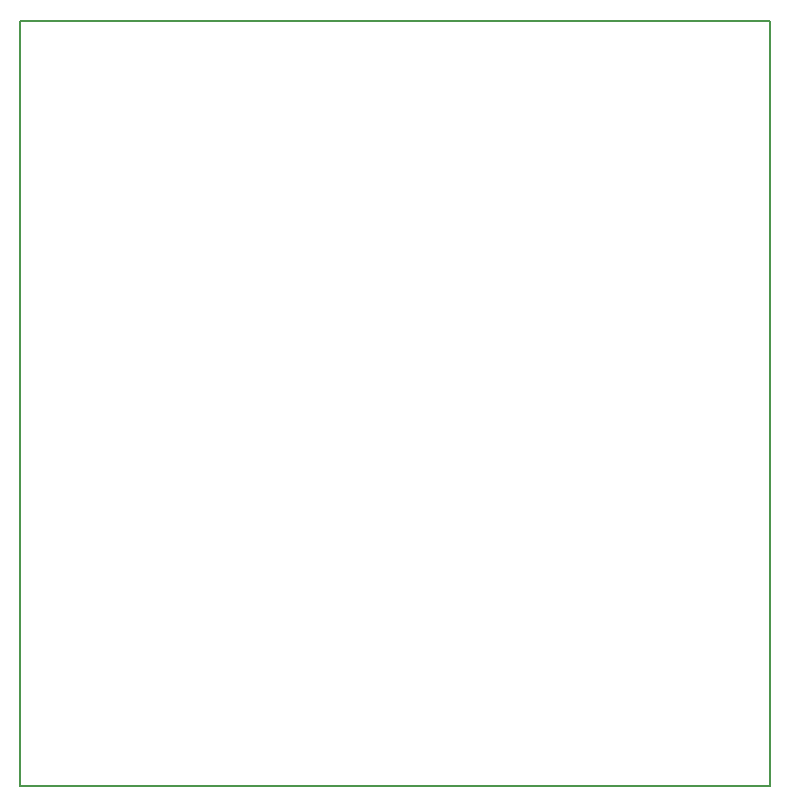
<source format=gbr>
G04 #@! TF.GenerationSoftware,KiCad,Pcbnew,5.0.2-bee76a0~70~ubuntu18.04.1*
G04 #@! TF.CreationDate,2019-07-21T13:39:32-04:00*
G04 #@! TF.ProjectId,knuth-gateway,6b6e7574-682d-4676-9174-657761792e6b,rev?*
G04 #@! TF.SameCoordinates,Original*
G04 #@! TF.FileFunction,Profile,NP*
%FSLAX46Y46*%
G04 Gerber Fmt 4.6, Leading zero omitted, Abs format (unit mm)*
G04 Created by KiCad (PCBNEW 5.0.2-bee76a0~70~ubuntu18.04.1) date Sun 21 Jul 2019 01:39:32 PM EDT*
%MOMM*%
%LPD*%
G01*
G04 APERTURE LIST*
%ADD10C,0.150000*%
%ADD11C,0.200000*%
G04 APERTURE END LIST*
D10*
X271780000Y-55880000D02*
X269240000Y-55880000D01*
X271780000Y-120650000D02*
X271780000Y-55880000D01*
X269240000Y-120650000D02*
X271780000Y-120650000D01*
D11*
X208280000Y-120650000D02*
X208280000Y-118110000D01*
X269240000Y-120650000D02*
X208280000Y-120650000D01*
X208280000Y-55880000D02*
X269240000Y-55880000D01*
X208280000Y-118110000D02*
X208280000Y-55880000D01*
M02*

</source>
